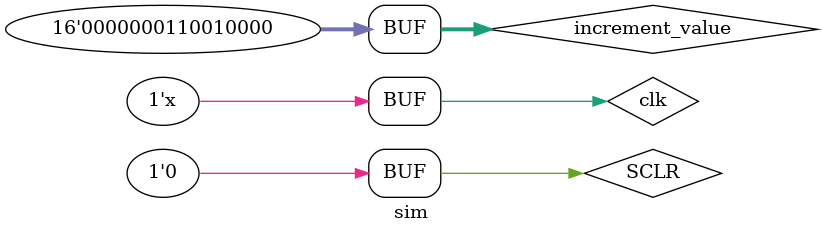
<source format=v>
`timescale 1ns / 1ps


module sim(

    );
    reg clk = 1;
    reg SCLR;
    reg[15:0] increment_value;
    wire [15:0] phase_out;
    
    RingCounter_16bit ringcounter(
    .CLK(clk),
    .SCLR(SCLR),
    .increment_value(increment_value),
    .count_out(phase_out)
    );
    
    initial begin
        SCLR = 1;
        #20 SCLR = 0;
        
        increment_value = 400;
    end
    
    always begin
        #5 clk =~ clk;
    end
endmodule

</source>
